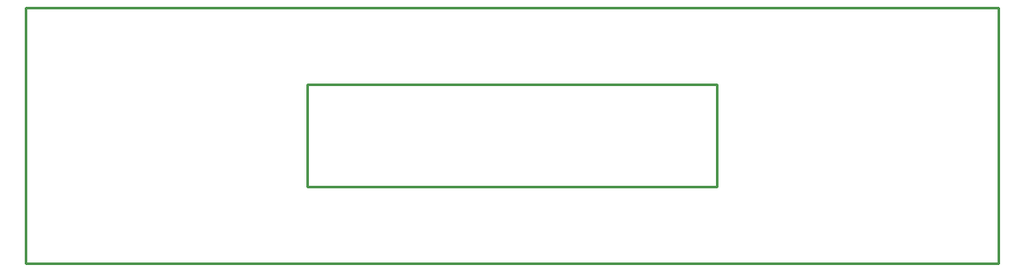
<source format=gbr>
%TF.GenerationSoftware,KiCad,Pcbnew,(6.0.4)*%
%TF.CreationDate,2022-08-22T23:27:17+02:00*%
%TF.ProjectId,SolarCMZ,536f6c61-7243-44d5-9a2e-6b696361645f,rev?*%
%TF.SameCoordinates,Original*%
%TF.FileFunction,Profile,NP*%
%FSLAX46Y46*%
G04 Gerber Fmt 4.6, Leading zero omitted, Abs format (unit mm)*
G04 Created by KiCad (PCBNEW (6.0.4)) date 2022-08-22 23:27:17*
%MOMM*%
%LPD*%
G01*
G04 APERTURE LIST*
%TA.AperFunction,Profile*%
%ADD10C,0.250000*%
%TD*%
G04 APERTURE END LIST*
D10*
X132080000Y-119380000D02*
X172720000Y-119380000D01*
X172720000Y-119380000D02*
X172720000Y-109220000D01*
X172720000Y-109220000D02*
X132080000Y-109220000D01*
X132080000Y-109220000D02*
X132080000Y-119380000D01*
X104140000Y-127000000D02*
X200660000Y-127000000D01*
X200660000Y-127000000D02*
X200660000Y-101600000D01*
X200660000Y-101600000D02*
X104140000Y-101600000D01*
X104140000Y-101600000D02*
X104140000Y-127000000D01*
M02*

</source>
